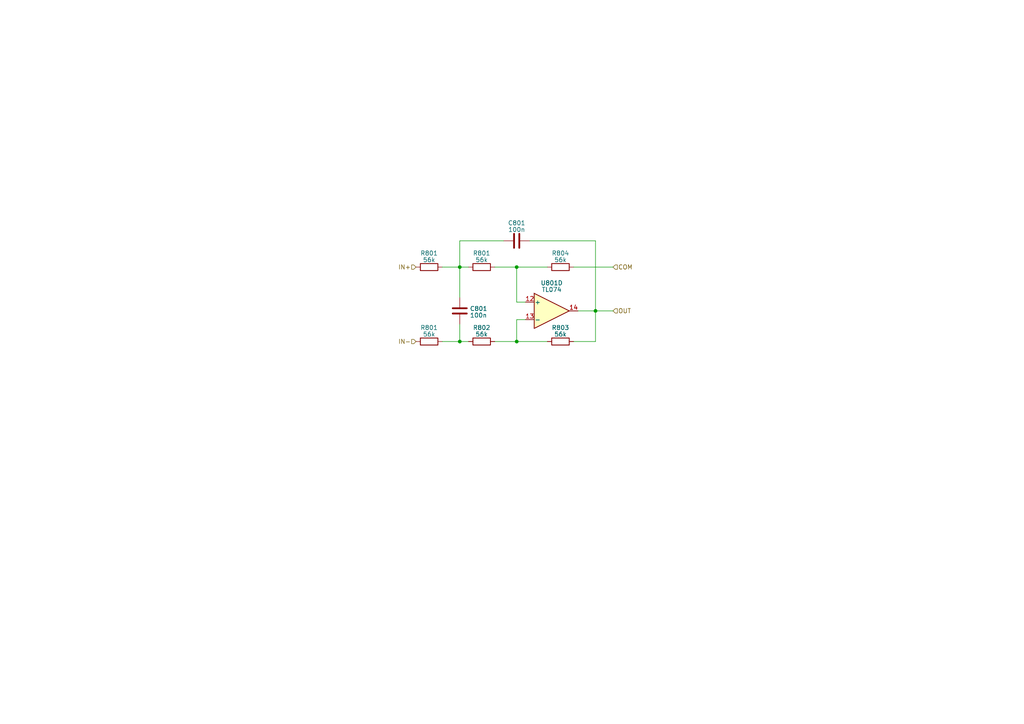
<source format=kicad_sch>
(kicad_sch (version 20230121) (generator eeschema)

  (uuid baf952e1-944e-415d-ac45-6cc301c7e2bf)

  (paper "A4")

  (lib_symbols
    (symbol "Amplifier_Operational:TL074" (pin_names (offset 0.127)) (in_bom yes) (on_board yes)
      (property "Reference" "U" (at 0 5.08 0)
        (effects (font (size 1.27 1.27)) (justify left))
      )
      (property "Value" "TL074" (at 0 -5.08 0)
        (effects (font (size 1.27 1.27)) (justify left))
      )
      (property "Footprint" "" (at -1.27 2.54 0)
        (effects (font (size 1.27 1.27)) hide)
      )
      (property "Datasheet" "http://www.ti.com/lit/ds/symlink/tl071.pdf" (at 1.27 5.08 0)
        (effects (font (size 1.27 1.27)) hide)
      )
      (property "ki_locked" "" (at 0 0 0)
        (effects (font (size 1.27 1.27)))
      )
      (property "ki_keywords" "quad opamp" (at 0 0 0)
        (effects (font (size 1.27 1.27)) hide)
      )
      (property "ki_description" "Quad Low-Noise JFET-Input Operational Amplifiers, DIP-14/SOIC-14" (at 0 0 0)
        (effects (font (size 1.27 1.27)) hide)
      )
      (property "ki_fp_filters" "SOIC*3.9x8.7mm*P1.27mm* DIP*W7.62mm* TSSOP*4.4x5mm*P0.65mm* SSOP*5.3x6.2mm*P0.65mm* MSOP*3x3mm*P0.5mm*" (at 0 0 0)
        (effects (font (size 1.27 1.27)) hide)
      )
      (symbol "TL074_1_1"
        (polyline
          (pts
            (xy -5.08 5.08)
            (xy 5.08 0)
            (xy -5.08 -5.08)
            (xy -5.08 5.08)
          )
          (stroke (width 0.254) (type default))
          (fill (type background))
        )
        (pin output line (at 7.62 0 180) (length 2.54)
          (name "~" (effects (font (size 1.27 1.27))))
          (number "1" (effects (font (size 1.27 1.27))))
        )
        (pin input line (at -7.62 -2.54 0) (length 2.54)
          (name "-" (effects (font (size 1.27 1.27))))
          (number "2" (effects (font (size 1.27 1.27))))
        )
        (pin input line (at -7.62 2.54 0) (length 2.54)
          (name "+" (effects (font (size 1.27 1.27))))
          (number "3" (effects (font (size 1.27 1.27))))
        )
      )
      (symbol "TL074_2_1"
        (polyline
          (pts
            (xy -5.08 5.08)
            (xy 5.08 0)
            (xy -5.08 -5.08)
            (xy -5.08 5.08)
          )
          (stroke (width 0.254) (type default))
          (fill (type background))
        )
        (pin input line (at -7.62 2.54 0) (length 2.54)
          (name "+" (effects (font (size 1.27 1.27))))
          (number "5" (effects (font (size 1.27 1.27))))
        )
        (pin input line (at -7.62 -2.54 0) (length 2.54)
          (name "-" (effects (font (size 1.27 1.27))))
          (number "6" (effects (font (size 1.27 1.27))))
        )
        (pin output line (at 7.62 0 180) (length 2.54)
          (name "~" (effects (font (size 1.27 1.27))))
          (number "7" (effects (font (size 1.27 1.27))))
        )
      )
      (symbol "TL074_3_1"
        (polyline
          (pts
            (xy -5.08 5.08)
            (xy 5.08 0)
            (xy -5.08 -5.08)
            (xy -5.08 5.08)
          )
          (stroke (width 0.254) (type default))
          (fill (type background))
        )
        (pin input line (at -7.62 2.54 0) (length 2.54)
          (name "+" (effects (font (size 1.27 1.27))))
          (number "10" (effects (font (size 1.27 1.27))))
        )
        (pin output line (at 7.62 0 180) (length 2.54)
          (name "~" (effects (font (size 1.27 1.27))))
          (number "8" (effects (font (size 1.27 1.27))))
        )
        (pin input line (at -7.62 -2.54 0) (length 2.54)
          (name "-" (effects (font (size 1.27 1.27))))
          (number "9" (effects (font (size 1.27 1.27))))
        )
      )
      (symbol "TL074_4_1"
        (polyline
          (pts
            (xy -5.08 5.08)
            (xy 5.08 0)
            (xy -5.08 -5.08)
            (xy -5.08 5.08)
          )
          (stroke (width 0.254) (type default))
          (fill (type background))
        )
        (pin input line (at -7.62 2.54 0) (length 2.54)
          (name "+" (effects (font (size 1.27 1.27))))
          (number "12" (effects (font (size 1.27 1.27))))
        )
        (pin input line (at -7.62 -2.54 0) (length 2.54)
          (name "-" (effects (font (size 1.27 1.27))))
          (number "13" (effects (font (size 1.27 1.27))))
        )
        (pin output line (at 7.62 0 180) (length 2.54)
          (name "~" (effects (font (size 1.27 1.27))))
          (number "14" (effects (font (size 1.27 1.27))))
        )
      )
      (symbol "TL074_5_1"
        (pin power_in line (at -2.54 -7.62 90) (length 3.81)
          (name "V-" (effects (font (size 1.27 1.27))))
          (number "11" (effects (font (size 1.27 1.27))))
        )
        (pin power_in line (at -2.54 7.62 270) (length 3.81)
          (name "V+" (effects (font (size 1.27 1.27))))
          (number "4" (effects (font (size 1.27 1.27))))
        )
      )
    )
    (symbol "Device:C" (pin_numbers hide) (pin_names (offset 0.254)) (in_bom yes) (on_board yes)
      (property "Reference" "C" (at 0.635 2.54 0)
        (effects (font (size 1.27 1.27)) (justify left))
      )
      (property "Value" "C" (at 0.635 -2.54 0)
        (effects (font (size 1.27 1.27)) (justify left))
      )
      (property "Footprint" "" (at 0.9652 -3.81 0)
        (effects (font (size 1.27 1.27)) hide)
      )
      (property "Datasheet" "~" (at 0 0 0)
        (effects (font (size 1.27 1.27)) hide)
      )
      (property "ki_keywords" "cap capacitor" (at 0 0 0)
        (effects (font (size 1.27 1.27)) hide)
      )
      (property "ki_description" "Unpolarized capacitor" (at 0 0 0)
        (effects (font (size 1.27 1.27)) hide)
      )
      (property "ki_fp_filters" "C_*" (at 0 0 0)
        (effects (font (size 1.27 1.27)) hide)
      )
      (symbol "C_0_1"
        (polyline
          (pts
            (xy -2.032 -0.762)
            (xy 2.032 -0.762)
          )
          (stroke (width 0.508) (type default))
          (fill (type none))
        )
        (polyline
          (pts
            (xy -2.032 0.762)
            (xy 2.032 0.762)
          )
          (stroke (width 0.508) (type default))
          (fill (type none))
        )
      )
      (symbol "C_1_1"
        (pin passive line (at 0 3.81 270) (length 2.794)
          (name "~" (effects (font (size 1.27 1.27))))
          (number "1" (effects (font (size 1.27 1.27))))
        )
        (pin passive line (at 0 -3.81 90) (length 2.794)
          (name "~" (effects (font (size 1.27 1.27))))
          (number "2" (effects (font (size 1.27 1.27))))
        )
      )
    )
    (symbol "Device:R" (pin_numbers hide) (pin_names (offset 0)) (in_bom yes) (on_board yes)
      (property "Reference" "R" (at 2.032 0 90)
        (effects (font (size 1.27 1.27)))
      )
      (property "Value" "R" (at 0 0 90)
        (effects (font (size 1.27 1.27)))
      )
      (property "Footprint" "" (at -1.778 0 90)
        (effects (font (size 1.27 1.27)) hide)
      )
      (property "Datasheet" "~" (at 0 0 0)
        (effects (font (size 1.27 1.27)) hide)
      )
      (property "ki_keywords" "R res resistor" (at 0 0 0)
        (effects (font (size 1.27 1.27)) hide)
      )
      (property "ki_description" "Resistor" (at 0 0 0)
        (effects (font (size 1.27 1.27)) hide)
      )
      (property "ki_fp_filters" "R_*" (at 0 0 0)
        (effects (font (size 1.27 1.27)) hide)
      )
      (symbol "R_0_1"
        (rectangle (start -1.016 -2.54) (end 1.016 2.54)
          (stroke (width 0.254) (type default))
          (fill (type none))
        )
      )
      (symbol "R_1_1"
        (pin passive line (at 0 3.81 270) (length 1.27)
          (name "~" (effects (font (size 1.27 1.27))))
          (number "1" (effects (font (size 1.27 1.27))))
        )
        (pin passive line (at 0 -3.81 90) (length 1.27)
          (name "~" (effects (font (size 1.27 1.27))))
          (number "2" (effects (font (size 1.27 1.27))))
        )
      )
    )
  )

  (junction (at 133.35 99.06) (diameter 0) (color 0 0 0 0)
    (uuid 058fa81d-2900-47d6-b3cf-b1f62b7c6519)
  )
  (junction (at 172.72 90.17) (diameter 0) (color 0 0 0 0)
    (uuid 176989c3-0e06-4150-b09f-fdde0b2c4a55)
  )
  (junction (at 133.35 77.47) (diameter 0) (color 0 0 0 0)
    (uuid 4f326764-99a0-4dd1-8e7b-edb73997a5bd)
  )
  (junction (at 149.86 77.47) (diameter 0) (color 0 0 0 0)
    (uuid 5c82f69d-5fe2-43b9-9fe9-7676ce47c71b)
  )
  (junction (at 149.86 99.06) (diameter 0) (color 0 0 0 0)
    (uuid a233e965-35f3-467f-8253-7bb9d9c7e098)
  )

  (wire (pts (xy 172.72 90.17) (xy 167.64 90.17))
    (stroke (width 0) (type default))
    (uuid 00645662-4043-4b21-a3fa-3e178e001895)
  )
  (wire (pts (xy 149.86 87.63) (xy 152.4 87.63))
    (stroke (width 0) (type default))
    (uuid 1007987b-836b-4ac9-9e55-ccb3dddb3e4d)
  )
  (wire (pts (xy 128.27 99.06) (xy 133.35 99.06))
    (stroke (width 0) (type default))
    (uuid 1ed67e97-dcea-4a50-8464-174fcc107bfa)
  )
  (wire (pts (xy 172.72 90.17) (xy 177.8 90.17))
    (stroke (width 0) (type default))
    (uuid 2348e508-58ee-4060-8888-74c598214010)
  )
  (wire (pts (xy 153.67 69.85) (xy 172.72 69.85))
    (stroke (width 0) (type default))
    (uuid 37414992-7bf5-48f6-b581-0bd0d6b401a1)
  )
  (wire (pts (xy 149.86 99.06) (xy 158.75 99.06))
    (stroke (width 0) (type default))
    (uuid 4118193d-23db-4de6-899e-d1a8a34e2879)
  )
  (wire (pts (xy 149.86 92.71) (xy 149.86 99.06))
    (stroke (width 0) (type default))
    (uuid 461a8068-92c4-4b18-a409-271141fede50)
  )
  (wire (pts (xy 133.35 93.98) (xy 133.35 99.06))
    (stroke (width 0) (type default))
    (uuid 4a685043-a3ff-441d-b942-094bf215d2b9)
  )
  (wire (pts (xy 133.35 99.06) (xy 135.89 99.06))
    (stroke (width 0) (type default))
    (uuid 5f770ed9-c15c-4ac9-af08-d5086447e007)
  )
  (wire (pts (xy 149.86 77.47) (xy 149.86 87.63))
    (stroke (width 0) (type default))
    (uuid 6f967bae-f936-4723-bab0-7ef635b8acc1)
  )
  (wire (pts (xy 133.35 69.85) (xy 133.35 77.47))
    (stroke (width 0) (type default))
    (uuid 7c107320-eded-4482-adbc-38374e88e859)
  )
  (wire (pts (xy 128.27 77.47) (xy 133.35 77.47))
    (stroke (width 0) (type default))
    (uuid 8f8b7b47-73c4-4d25-a567-d74970271813)
  )
  (wire (pts (xy 133.35 86.36) (xy 133.35 77.47))
    (stroke (width 0) (type default))
    (uuid a69ec313-c9dd-4895-ad7c-5d275945b7a5)
  )
  (wire (pts (xy 166.37 99.06) (xy 172.72 99.06))
    (stroke (width 0) (type default))
    (uuid aa1695f4-dad7-4c57-89cc-87bffc7fa047)
  )
  (wire (pts (xy 149.86 77.47) (xy 158.75 77.47))
    (stroke (width 0) (type default))
    (uuid bc6690f2-d225-4922-b3e9-32300a2d1970)
  )
  (wire (pts (xy 177.8 77.47) (xy 166.37 77.47))
    (stroke (width 0) (type default))
    (uuid c4d6a06e-bacb-44dc-86e2-3878ce783881)
  )
  (wire (pts (xy 146.05 69.85) (xy 133.35 69.85))
    (stroke (width 0) (type default))
    (uuid ca4e584a-96c0-418e-bb6e-ad0bbe1098b2)
  )
  (wire (pts (xy 172.72 99.06) (xy 172.72 90.17))
    (stroke (width 0) (type default))
    (uuid cef6ca02-0d85-40f8-a0ac-5a07cbab9895)
  )
  (wire (pts (xy 143.51 77.47) (xy 149.86 77.47))
    (stroke (width 0) (type default))
    (uuid cf908e7f-b3d1-4269-841b-d3758c9313bc)
  )
  (wire (pts (xy 152.4 92.71) (xy 149.86 92.71))
    (stroke (width 0) (type default))
    (uuid d3a6fe6b-9df0-4688-b2fc-2d62cceeb76c)
  )
  (wire (pts (xy 172.72 69.85) (xy 172.72 90.17))
    (stroke (width 0) (type default))
    (uuid d3cc789c-86be-400e-9a67-ade766cf408b)
  )
  (wire (pts (xy 143.51 99.06) (xy 149.86 99.06))
    (stroke (width 0) (type default))
    (uuid ddb3c438-717b-42b2-a29f-8ada104025ba)
  )
  (wire (pts (xy 133.35 77.47) (xy 135.89 77.47))
    (stroke (width 0) (type default))
    (uuid e1ff4a11-15c4-4085-9193-eb4f18acfa36)
  )

  (hierarchical_label "OUT" (shape input) (at 177.8 90.17 0) (fields_autoplaced)
    (effects (font (size 1.27 1.27)) (justify left))
    (uuid 707837fd-7aab-4737-8cb2-c2980d671238)
  )
  (hierarchical_label "IN+" (shape input) (at 120.65 77.47 180) (fields_autoplaced)
    (effects (font (size 1.27 1.27)) (justify right))
    (uuid bc0f7204-a05d-4b40-8fe2-e235ec9abac5)
  )
  (hierarchical_label "IN-" (shape input) (at 120.65 99.06 180) (fields_autoplaced)
    (effects (font (size 1.27 1.27)) (justify right))
    (uuid e56a3ad9-0d09-43f4-9bae-3f68a7bf524f)
  )
  (hierarchical_label "COM" (shape input) (at 177.8 77.47 0) (fields_autoplaced)
    (effects (font (size 1.27 1.27)) (justify left))
    (uuid f40ce394-2560-4cb3-bcd6-a9cbc5fae9db)
  )

  (symbol (lib_id "Device:C") (at 133.35 90.17 180) (unit 1)
    (in_bom yes) (on_board yes) (dnp no) (fields_autoplaced)
    (uuid 184aa133-4973-4d5f-9ec2-415e17ff0314)
    (property "Reference" "C801" (at 136.271 89.5263 0)
      (effects (font (size 1.27 1.27)) (justify right))
    )
    (property "Value" "100n" (at 136.271 91.4473 0)
      (effects (font (size 1.27 1.27)) (justify right))
    )
    (property "Footprint" "Capacitor_SMD:C_0603_1608Metric_Pad1.08x0.95mm_HandSolder" (at 132.3848 86.36 0)
      (effects (font (size 1.27 1.27)) hide)
    )
    (property "Datasheet" "~" (at 133.35 90.17 0)
      (effects (font (size 1.27 1.27)) hide)
    )
    (pin "1" (uuid 0c863d42-191b-4a04-9889-5d388a681552))
    (pin "2" (uuid 52842737-97ad-4e1a-bfae-bf1a94ea4c11))
    (instances
      (project "main"
        (path "/a7d525ca-c4cb-4a7a-8337-8afd7514bbeb"
          (reference "C801") (unit 1)
        )
        (path "/a7d525ca-c4cb-4a7a-8337-8afd7514bbeb/a66b9f2e-6ae3-4ea2-ba88-5754b149371d"
          (reference "C110") (unit 1)
        )
        (path "/a7d525ca-c4cb-4a7a-8337-8afd7514bbeb/a66b9f2e-6ae3-4ea2-ba88-5754b149371d/ca0bda9d-f01e-49c2-987d-2ac35cb98f13"
          (reference "C123") (unit 1)
        )
      )
    )
  )

  (symbol (lib_id "Device:R") (at 139.7 77.47 90) (unit 1)
    (in_bom yes) (on_board yes) (dnp no) (fields_autoplaced)
    (uuid 3737ee33-fdcb-4b45-898e-12b37ce854cb)
    (property "Reference" "R801" (at 139.7 73.4441 90)
      (effects (font (size 1.27 1.27)))
    )
    (property "Value" "56k" (at 139.7 75.3651 90)
      (effects (font (size 1.27 1.27)))
    )
    (property "Footprint" "Resistor_SMD:R_0603_1608Metric_Pad0.98x0.95mm_HandSolder" (at 139.7 79.248 90)
      (effects (font (size 1.27 1.27)) hide)
    )
    (property "Datasheet" "~" (at 139.7 77.47 0)
      (effects (font (size 1.27 1.27)) hide)
    )
    (pin "1" (uuid df8f93a6-1672-4c94-9a8e-8556b1f1c4f3))
    (pin "2" (uuid 9159a7cb-c9ca-4d15-96c3-f1d63310afeb))
    (instances
      (project "main"
        (path "/a7d525ca-c4cb-4a7a-8337-8afd7514bbeb"
          (reference "R801") (unit 1)
        )
        (path "/a7d525ca-c4cb-4a7a-8337-8afd7514bbeb/a66b9f2e-6ae3-4ea2-ba88-5754b149371d"
          (reference "R118") (unit 1)
        )
        (path "/a7d525ca-c4cb-4a7a-8337-8afd7514bbeb/a66b9f2e-6ae3-4ea2-ba88-5754b149371d/ca0bda9d-f01e-49c2-987d-2ac35cb98f13"
          (reference "R147") (unit 1)
        )
      )
    )
  )

  (symbol (lib_id "Amplifier_Operational:TL074") (at 160.02 90.17 0) (unit 4)
    (in_bom yes) (on_board yes) (dnp no) (fields_autoplaced)
    (uuid 525bc390-bad6-43c3-a916-6fe41f9c9b79)
    (property "Reference" "U801" (at 160.02 82.0801 0)
      (effects (font (size 1.27 1.27)))
    )
    (property "Value" "TL074" (at 160.02 84.0011 0)
      (effects (font (size 1.27 1.27)))
    )
    (property "Footprint" "Package_SO:SO-14_5.3x10.2mm_P1.27mm" (at 158.75 87.63 0)
      (effects (font (size 1.27 1.27)) hide)
    )
    (property "Datasheet" "http://www.ti.com/lit/ds/symlink/tl071.pdf" (at 161.29 85.09 0)
      (effects (font (size 1.27 1.27)) hide)
    )
    (pin "1" (uuid e2fb8dc1-cf72-4ae9-920a-66d54b72aa8c))
    (pin "2" (uuid 64f192c1-854d-4645-81d3-962080bd9cef))
    (pin "3" (uuid c124a067-d758-4719-b125-7b65bb1488c6))
    (pin "5" (uuid 36e31ad1-97b5-439c-a5cf-9b1e2f786af7))
    (pin "6" (uuid f1deef88-2341-4980-b131-2bae4d12ff6d))
    (pin "7" (uuid af945d81-2dfc-4123-b164-93f7e185ca9b))
    (pin "10" (uuid 482f12da-97da-4910-aa59-648ce7975f21))
    (pin "8" (uuid 65b2d1b5-6103-4b12-88fc-083df169bac1))
    (pin "9" (uuid 4269aa5a-ccdb-418e-8c1d-aa594f4269b7))
    (pin "12" (uuid 9bd868dc-e606-47d9-bdb2-4ad09fdca985))
    (pin "13" (uuid 8c967ce6-d2f2-4af1-be45-cf96c5f5af52))
    (pin "14" (uuid 0776ad56-4624-4cc5-b46d-f03788f970a8))
    (pin "11" (uuid 59532969-d151-4592-b25a-f8165c51b2ce))
    (pin "4" (uuid 8643bcfb-cc04-4191-b857-d983827c27c9))
    (instances
      (project "main"
        (path "/a7d525ca-c4cb-4a7a-8337-8afd7514bbeb"
          (reference "U801") (unit 4)
        )
        (path "/a7d525ca-c4cb-4a7a-8337-8afd7514bbeb/a66b9f2e-6ae3-4ea2-ba88-5754b149371d"
          (reference "U106") (unit 4)
        )
        (path "/a7d525ca-c4cb-4a7a-8337-8afd7514bbeb/a66b9f2e-6ae3-4ea2-ba88-5754b149371d/ca0bda9d-f01e-49c2-987d-2ac35cb98f13"
          (reference "U107") (unit 4)
        )
      )
    )
  )

  (symbol (lib_id "Device:R") (at 139.7 99.06 90) (unit 1)
    (in_bom yes) (on_board yes) (dnp no) (fields_autoplaced)
    (uuid 54a6f41b-3f13-4698-9372-28193ff2fd82)
    (property "Reference" "R802" (at 139.7 95.0341 90)
      (effects (font (size 1.27 1.27)))
    )
    (property "Value" "56k" (at 139.7 96.9551 90)
      (effects (font (size 1.27 1.27)))
    )
    (property "Footprint" "Resistor_SMD:R_0603_1608Metric_Pad0.98x0.95mm_HandSolder" (at 139.7 100.838 90)
      (effects (font (size 1.27 1.27)) hide)
    )
    (property "Datasheet" "~" (at 139.7 99.06 0)
      (effects (font (size 1.27 1.27)) hide)
    )
    (pin "1" (uuid 5de2298d-df13-4e88-a986-106b4f7a59aa))
    (pin "2" (uuid ed248f52-1c30-4067-9035-de1d6a8fa1b4))
    (instances
      (project "main"
        (path "/a7d525ca-c4cb-4a7a-8337-8afd7514bbeb"
          (reference "R802") (unit 1)
        )
        (path "/a7d525ca-c4cb-4a7a-8337-8afd7514bbeb/a66b9f2e-6ae3-4ea2-ba88-5754b149371d"
          (reference "R144") (unit 1)
        )
        (path "/a7d525ca-c4cb-4a7a-8337-8afd7514bbeb/a66b9f2e-6ae3-4ea2-ba88-5754b149371d/ca0bda9d-f01e-49c2-987d-2ac35cb98f13"
          (reference "R150") (unit 1)
        )
      )
    )
  )

  (symbol (lib_id "Device:R") (at 124.46 99.06 90) (unit 1)
    (in_bom yes) (on_board yes) (dnp no) (fields_autoplaced)
    (uuid 81361333-8497-4b6a-8bde-d2d11c09af11)
    (property "Reference" "R801" (at 124.46 95.0341 90)
      (effects (font (size 1.27 1.27)))
    )
    (property "Value" "56k" (at 124.46 96.9551 90)
      (effects (font (size 1.27 1.27)))
    )
    (property "Footprint" "Resistor_SMD:R_0603_1608Metric_Pad0.98x0.95mm_HandSolder" (at 124.46 100.838 90)
      (effects (font (size 1.27 1.27)) hide)
    )
    (property "Datasheet" "~" (at 124.46 99.06 0)
      (effects (font (size 1.27 1.27)) hide)
    )
    (pin "1" (uuid 4e44ca10-b8f2-4321-8afb-6d3904230690))
    (pin "2" (uuid ad86e7fd-7de8-4a7f-adcb-c31d862225ba))
    (instances
      (project "main"
        (path "/a7d525ca-c4cb-4a7a-8337-8afd7514bbeb"
          (reference "R801") (unit 1)
        )
        (path "/a7d525ca-c4cb-4a7a-8337-8afd7514bbeb/a66b9f2e-6ae3-4ea2-ba88-5754b149371d"
          (reference "R120") (unit 1)
        )
        (path "/a7d525ca-c4cb-4a7a-8337-8afd7514bbeb/a66b9f2e-6ae3-4ea2-ba88-5754b149371d/ca0bda9d-f01e-49c2-987d-2ac35cb98f13"
          (reference "R149") (unit 1)
        )
      )
    )
  )

  (symbol (lib_id "Device:R") (at 162.56 77.47 270) (unit 1)
    (in_bom yes) (on_board yes) (dnp no) (fields_autoplaced)
    (uuid 97cca68d-1076-4866-991d-87a6d2418460)
    (property "Reference" "R804" (at 162.56 73.4441 90)
      (effects (font (size 1.27 1.27)))
    )
    (property "Value" "56k" (at 162.56 75.3651 90)
      (effects (font (size 1.27 1.27)))
    )
    (property "Footprint" "Resistor_SMD:R_0603_1608Metric_Pad0.98x0.95mm_HandSolder" (at 162.56 75.692 90)
      (effects (font (size 1.27 1.27)) hide)
    )
    (property "Datasheet" "~" (at 162.56 77.47 0)
      (effects (font (size 1.27 1.27)) hide)
    )
    (pin "1" (uuid d8733dd2-b352-4e36-8cc8-5cb8232b453b))
    (pin "2" (uuid 4709df1c-358f-42c1-98cc-89c6d8eaedfc))
    (instances
      (project "main"
        (path "/a7d525ca-c4cb-4a7a-8337-8afd7514bbeb"
          (reference "R804") (unit 1)
        )
        (path "/a7d525ca-c4cb-4a7a-8337-8afd7514bbeb/a66b9f2e-6ae3-4ea2-ba88-5754b149371d"
          (reference "R119") (unit 1)
        )
        (path "/a7d525ca-c4cb-4a7a-8337-8afd7514bbeb/a66b9f2e-6ae3-4ea2-ba88-5754b149371d/ca0bda9d-f01e-49c2-987d-2ac35cb98f13"
          (reference "R148") (unit 1)
        )
      )
    )
  )

  (symbol (lib_id "Device:R") (at 162.56 99.06 90) (unit 1)
    (in_bom yes) (on_board yes) (dnp no) (fields_autoplaced)
    (uuid c5224aef-ae8e-4690-a63b-f00e47ac88c4)
    (property "Reference" "R803" (at 162.56 95.0341 90)
      (effects (font (size 1.27 1.27)))
    )
    (property "Value" "56k" (at 162.56 96.9551 90)
      (effects (font (size 1.27 1.27)))
    )
    (property "Footprint" "Resistor_SMD:R_0603_1608Metric_Pad0.98x0.95mm_HandSolder" (at 162.56 100.838 90)
      (effects (font (size 1.27 1.27)) hide)
    )
    (property "Datasheet" "~" (at 162.56 99.06 0)
      (effects (font (size 1.27 1.27)) hide)
    )
    (pin "1" (uuid ddb46861-392f-403e-bef2-52f29c312567))
    (pin "2" (uuid af18ccaa-0793-48d1-a985-ad4958a33798))
    (instances
      (project "main"
        (path "/a7d525ca-c4cb-4a7a-8337-8afd7514bbeb"
          (reference "R803") (unit 1)
        )
        (path "/a7d525ca-c4cb-4a7a-8337-8afd7514bbeb/a66b9f2e-6ae3-4ea2-ba88-5754b149371d"
          (reference "R145") (unit 1)
        )
        (path "/a7d525ca-c4cb-4a7a-8337-8afd7514bbeb/a66b9f2e-6ae3-4ea2-ba88-5754b149371d/ca0bda9d-f01e-49c2-987d-2ac35cb98f13"
          (reference "R151") (unit 1)
        )
      )
    )
  )

  (symbol (lib_id "Device:C") (at 149.86 69.85 270) (unit 1)
    (in_bom yes) (on_board yes) (dnp no) (fields_autoplaced)
    (uuid c6e7bdd1-0ac4-41dd-9a65-470b8e43c11a)
    (property "Reference" "C801" (at 149.86 64.6811 90)
      (effects (font (size 1.27 1.27)))
    )
    (property "Value" "100n" (at 149.86 66.6021 90)
      (effects (font (size 1.27 1.27)))
    )
    (property "Footprint" "Capacitor_SMD:C_0603_1608Metric_Pad1.08x0.95mm_HandSolder" (at 146.05 70.8152 0)
      (effects (font (size 1.27 1.27)) hide)
    )
    (property "Datasheet" "~" (at 149.86 69.85 0)
      (effects (font (size 1.27 1.27)) hide)
    )
    (pin "1" (uuid 1f9bad8f-ae0c-43f6-b6e0-68b730d7406d))
    (pin "2" (uuid 313027d4-7450-4a05-9714-e1c45616830a))
    (instances
      (project "main"
        (path "/a7d525ca-c4cb-4a7a-8337-8afd7514bbeb"
          (reference "C801") (unit 1)
        )
        (path "/a7d525ca-c4cb-4a7a-8337-8afd7514bbeb/a66b9f2e-6ae3-4ea2-ba88-5754b149371d"
          (reference "C109") (unit 1)
        )
        (path "/a7d525ca-c4cb-4a7a-8337-8afd7514bbeb/a66b9f2e-6ae3-4ea2-ba88-5754b149371d/ca0bda9d-f01e-49c2-987d-2ac35cb98f13"
          (reference "C111") (unit 1)
        )
      )
    )
  )

  (symbol (lib_id "Device:R") (at 124.46 77.47 90) (unit 1)
    (in_bom yes) (on_board yes) (dnp no) (fields_autoplaced)
    (uuid d4efe26b-2d5b-4995-aa0c-62788a955c56)
    (property "Reference" "R801" (at 124.46 73.4441 90)
      (effects (font (size 1.27 1.27)))
    )
    (property "Value" "56k" (at 124.46 75.3651 90)
      (effects (font (size 1.27 1.27)))
    )
    (property "Footprint" "Resistor_SMD:R_0603_1608Metric_Pad0.98x0.95mm_HandSolder" (at 124.46 79.248 90)
      (effects (font (size 1.27 1.27)) hide)
    )
    (property "Datasheet" "~" (at 124.46 77.47 0)
      (effects (font (size 1.27 1.27)) hide)
    )
    (pin "1" (uuid 8ec4efb5-dd4e-42ca-90cb-791190bdeea5))
    (pin "2" (uuid 28f3439a-e907-4cd2-94d2-63a3d35704db))
    (instances
      (project "main"
        (path "/a7d525ca-c4cb-4a7a-8337-8afd7514bbeb"
          (reference "R801") (unit 1)
        )
        (path "/a7d525ca-c4cb-4a7a-8337-8afd7514bbeb/a66b9f2e-6ae3-4ea2-ba88-5754b149371d"
          (reference "R117") (unit 1)
        )
        (path "/a7d525ca-c4cb-4a7a-8337-8afd7514bbeb/a66b9f2e-6ae3-4ea2-ba88-5754b149371d/ca0bda9d-f01e-49c2-987d-2ac35cb98f13"
          (reference "R146") (unit 1)
        )
      )
    )
  )
)

</source>
